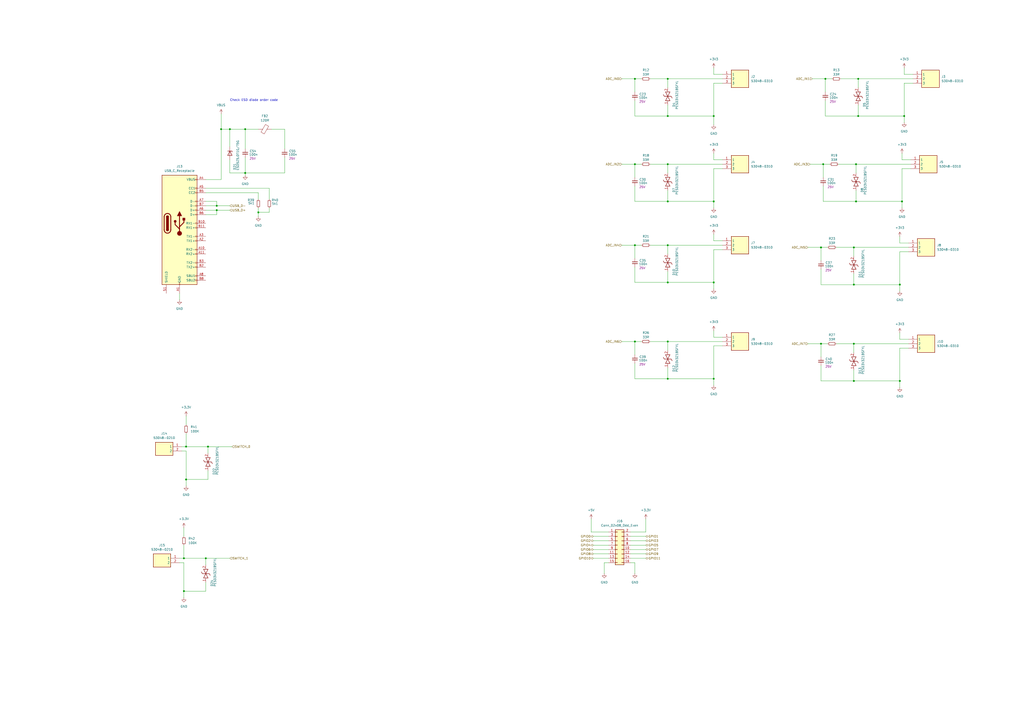
<source format=kicad_sch>
(kicad_sch (version 20231120) (generator "eeschema") (generator_version "8.0")
  (paper "A2")
  (junction (at 133.35 74.93))
  (junction (at 387.35 45.72))
  (junction (at 368.3 45.72))
  (junction (at 387.35 163.83))
  (junction (at 523.24 116.84))
  (junction (at 387.35 67.31))
  (junction (at 387.35 95.25))
  (junction (at 128.27 74.93))
  (junction (at 496.57 95.25))
  (junction (at 497.84 67.31))
  (junction (at 521.97 165.1))
  (junction (at 495.3 165.1))
  (junction (at 368.3 142.24))
  (junction (at 125.73 119.38))
  (junction (at 119.38 323.85))
  (junction (at 368.3 198.12))
  (junction (at 125.73 121.92))
  (junction (at 496.57 116.84))
  (junction (at 387.35 198.12))
  (junction (at 387.35 219.71))
  (junction (at 142.24 100.33))
  (junction (at 387.35 142.24))
  (junction (at 106.68 342.9))
  (junction (at 107.95 259.08))
  (junction (at 414.02 163.83))
  (junction (at 524.51 67.31))
  (junction (at 414.02 67.31))
  (junction (at 106.68 323.85))
  (junction (at 495.3 199.39))
  (junction (at 521.97 220.98))
  (junction (at 495.3 220.98))
  (junction (at 476.25 199.39))
  (junction (at 142.24 74.93))
  (junction (at 497.84 45.72))
  (junction (at 478.79 45.72))
  (junction (at 368.3 95.25))
  (junction (at 477.52 95.25))
  (junction (at 387.35 116.84))
  (junction (at 476.25 143.51))
  (junction (at 414.02 116.84))
  (junction (at 149.86 123.19))
  (junction (at 414.02 219.71))
  (junction (at 495.3 143.51))
  (junction (at 120.65 259.08))
  (junction (at 107.95 278.13))
  (wire (pts (xy 468.63 143.51) (xy 476.25 143.51)))
  (wire (pts (xy 368.3 163.83) (xy 387.35 163.83)))
  (wire (pts (xy 477.52 95.25) (xy 481.33 95.25)))
  (wire (pts (xy 104.14 323.85) (xy 106.68 323.85)))
  (wire (pts (xy 107.95 259.08) (xy 120.65 259.08)))
  (wire (pts (xy 368.3 219.71) (xy 387.35 219.71)))
  (wire (pts (xy 374.65 308.61) (xy 374.65 300.99)))
  (wire (pts (xy 529.59 48.26) (xy 524.51 48.26)))
  (wire (pts (xy 165.1 91.44) (xy 165.1 100.33)))
  (wire (pts (xy 414.02 139.7) (xy 414.02 135.89)))
  (wire (pts (xy 368.3 210.82) (xy 368.3 219.71)))
  (wire (pts (xy 119.38 124.46) (xy 125.73 124.46)))
  (wire (pts (xy 344.17 321.31) (xy 353.06 321.31)))
  (wire (pts (xy 119.38 111.76) (xy 149.86 111.76)))
  (wire (pts (xy 414.02 67.31) (xy 414.02 72.39)))
  (wire (pts (xy 133.35 100.33) (xy 142.24 100.33)))
  (wire (pts (xy 104.14 170.18) (xy 104.14 173.99)))
  (wire (pts (xy 119.38 323.85) (xy 133.35 323.85)))
  (wire (pts (xy 125.73 116.84) (xy 125.73 119.38)))
  (wire (pts (xy 368.3 95.25) (xy 372.11 95.25)))
  (wire (pts (xy 165.1 100.33) (xy 142.24 100.33)))
  (wire (pts (xy 414.02 92.71) (xy 414.02 88.9)))
  (wire (pts (xy 497.84 67.31) (xy 524.51 67.31)))
  (wire (pts (xy 156.21 109.22) (xy 156.21 115.57)))
  (wire (pts (xy 104.14 326.39) (xy 106.68 326.39)))
  (wire (pts (xy 156.21 123.19) (xy 149.86 123.19)))
  (wire (pts (xy 527.05 140.97) (xy 521.97 140.97)))
  (wire (pts (xy 149.86 120.65) (xy 149.86 123.19)))
  (wire (pts (xy 149.86 111.76) (xy 149.86 115.57)))
  (wire (pts (xy 521.97 220.98) (xy 521.97 224.79)))
  (wire (pts (xy 344.17 313.69) (xy 353.06 313.69)))
  (wire (pts (xy 387.35 67.31) (xy 387.35 60.96)))
  (wire (pts (xy 414.02 195.58) (xy 414.02 191.77)))
  (wire (pts (xy 107.95 241.3) (xy 107.95 246.38)))
  (wire (pts (xy 377.19 45.72) (xy 387.35 45.72)))
  (wire (pts (xy 142.24 74.93) (xy 142.24 86.36)))
  (wire (pts (xy 365.76 313.69) (xy 374.65 313.69)))
  (wire (pts (xy 365.76 321.31) (xy 374.65 321.31)))
  (wire (pts (xy 387.35 142.24) (xy 419.1 142.24)))
  (wire (pts (xy 496.57 116.84) (xy 496.57 110.49)))
  (wire (pts (xy 528.32 97.79) (xy 523.24 97.79)))
  (wire (pts (xy 142.24 91.44) (xy 142.24 100.33)))
  (wire (pts (xy 368.3 45.72) (xy 372.11 45.72)))
  (wire (pts (xy 120.65 273.05) (xy 120.65 278.13)))
  (wire (pts (xy 523.24 92.71) (xy 523.24 88.9)))
  (wire (pts (xy 477.52 107.95) (xy 477.52 116.84)))
  (wire (pts (xy 495.3 220.98) (xy 521.97 220.98)))
  (wire (pts (xy 107.95 278.13) (xy 107.95 281.94)))
  (wire (pts (xy 387.35 142.24) (xy 387.35 147.32)))
  (wire (pts (xy 387.35 198.12) (xy 419.1 198.12)))
  (wire (pts (xy 497.84 67.31) (xy 497.84 60.96)))
  (wire (pts (xy 495.3 199.39) (xy 495.3 204.47)))
  (wire (pts (xy 387.35 45.72) (xy 387.35 50.8)))
  (wire (pts (xy 419.1 92.71) (xy 414.02 92.71)))
  (wire (pts (xy 387.35 219.71) (xy 387.35 213.36)))
  (wire (pts (xy 365.76 308.61) (xy 374.65 308.61)))
  (wire (pts (xy 476.25 199.39) (xy 480.06 199.39)))
  (wire (pts (xy 387.35 67.31) (xy 414.02 67.31)))
  (wire (pts (xy 105.41 261.62) (xy 107.95 261.62)))
  (wire (pts (xy 125.73 121.92) (xy 133.35 121.92)))
  (wire (pts (xy 495.3 220.98) (xy 495.3 214.63)))
  (wire (pts (xy 387.35 116.84) (xy 387.35 110.49)))
  (wire (pts (xy 120.65 259.08) (xy 134.62 259.08)))
  (wire (pts (xy 342.9 308.61) (xy 342.9 300.99)))
  (wire (pts (xy 387.35 45.72) (xy 419.1 45.72)))
  (wire (pts (xy 157.48 74.93) (xy 165.1 74.93)))
  (wire (pts (xy 529.59 43.18) (xy 524.51 43.18)))
  (wire (pts (xy 387.35 163.83) (xy 387.35 157.48)))
  (wire (pts (xy 377.19 142.24) (xy 387.35 142.24)))
  (wire (pts (xy 368.3 58.42) (xy 368.3 67.31)))
  (wire (pts (xy 165.1 74.93) (xy 165.1 86.36)))
  (wire (pts (xy 106.68 316.23) (xy 106.68 323.85)))
  (wire (pts (xy 128.27 66.04) (xy 128.27 74.93)))
  (wire (pts (xy 106.68 326.39) (xy 106.68 342.9)))
  (wire (pts (xy 344.17 316.23) (xy 353.06 316.23)))
  (wire (pts (xy 476.25 220.98) (xy 495.3 220.98)))
  (wire (pts (xy 497.84 45.72) (xy 529.59 45.72)))
  (wire (pts (xy 368.3 198.12) (xy 368.3 205.74)))
  (wire (pts (xy 468.63 199.39) (xy 476.25 199.39)))
  (wire (pts (xy 360.68 45.72) (xy 368.3 45.72)))
  (wire (pts (xy 360.68 198.12) (xy 368.3 198.12)))
  (wire (pts (xy 485.14 143.51) (xy 495.3 143.51)))
  (wire (pts (xy 476.25 212.09) (xy 476.25 220.98)))
  (wire (pts (xy 353.06 326.39) (xy 350.52 326.39)))
  (wire (pts (xy 119.38 119.38) (xy 125.73 119.38)))
  (wire (pts (xy 414.02 97.79) (xy 419.1 97.79)))
  (wire (pts (xy 527.05 196.85) (xy 521.97 196.85)))
  (wire (pts (xy 496.57 116.84) (xy 523.24 116.84)))
  (wire (pts (xy 368.3 67.31) (xy 387.35 67.31)))
  (wire (pts (xy 368.3 142.24) (xy 368.3 149.86)))
  (wire (pts (xy 495.3 199.39) (xy 527.05 199.39)))
  (wire (pts (xy 414.02 163.83) (xy 414.02 167.64)))
  (wire (pts (xy 133.35 92.71) (xy 133.35 100.33)))
  (wire (pts (xy 524.51 48.26) (xy 524.51 67.31)))
  (wire (pts (xy 344.17 311.15) (xy 353.06 311.15)))
  (wire (pts (xy 478.79 45.72) (xy 482.6 45.72)))
  (wire (pts (xy 387.35 163.83) (xy 414.02 163.83)))
  (wire (pts (xy 496.57 95.25) (xy 528.32 95.25)))
  (wire (pts (xy 495.3 143.51) (xy 527.05 143.51)))
  (wire (pts (xy 119.38 337.82) (xy 119.38 342.9)))
  (wire (pts (xy 365.76 323.85) (xy 374.65 323.85)))
  (wire (pts (xy 495.3 143.51) (xy 495.3 148.59)))
  (wire (pts (xy 344.17 318.77) (xy 353.06 318.77)))
  (wire (pts (xy 414.02 144.78) (xy 414.02 163.83)))
  (wire (pts (xy 414.02 116.84) (xy 414.02 120.65)))
  (wire (pts (xy 414.02 48.26) (xy 414.02 67.31)))
  (wire (pts (xy 419.1 139.7) (xy 414.02 139.7)))
  (wire (pts (xy 106.68 323.85) (xy 119.38 323.85)))
  (wire (pts (xy 487.68 45.72) (xy 497.84 45.72)))
  (wire (pts (xy 527.05 201.93) (xy 521.97 201.93)))
  (wire (pts (xy 133.35 74.93) (xy 133.35 85.09)))
  (wire (pts (xy 119.38 109.22) (xy 156.21 109.22)))
  (wire (pts (xy 368.3 45.72) (xy 368.3 53.34)))
  (wire (pts (xy 497.84 45.72) (xy 497.84 50.8)))
  (wire (pts (xy 476.25 143.51) (xy 480.06 143.51)))
  (wire (pts (xy 419.1 195.58) (xy 414.02 195.58)))
  (wire (pts (xy 523.24 116.84) (xy 523.24 120.65)))
  (wire (pts (xy 119.38 342.9) (xy 106.68 342.9)))
  (wire (pts (xy 365.76 311.15) (xy 374.65 311.15)))
  (wire (pts (xy 387.35 116.84) (xy 414.02 116.84)))
  (wire (pts (xy 365.76 316.23) (xy 374.65 316.23)))
  (wire (pts (xy 106.68 342.9) (xy 106.68 346.71)))
  (wire (pts (xy 523.24 97.79) (xy 523.24 116.84)))
  (wire (pts (xy 368.3 154.94) (xy 368.3 163.83)))
  (wire (pts (xy 419.1 43.18) (xy 414.02 43.18)))
  (wire (pts (xy 133.35 74.93) (xy 142.24 74.93)))
  (wire (pts (xy 414.02 219.71) (xy 414.02 223.52)))
  (wire (pts (xy 119.38 121.92) (xy 125.73 121.92)))
  (wire (pts (xy 495.3 165.1) (xy 521.97 165.1)))
  (wire (pts (xy 414.02 43.18) (xy 414.02 39.37)))
  (wire (pts (xy 387.35 198.12) (xy 387.35 203.2)))
  (wire (pts (xy 368.3 198.12) (xy 372.11 198.12)))
  (wire (pts (xy 365.76 318.77) (xy 374.65 318.77)))
  (wire (pts (xy 106.68 306.07) (xy 106.68 311.15)))
  (wire (pts (xy 527.05 146.05) (xy 521.97 146.05)))
  (wire (pts (xy 368.3 116.84) (xy 387.35 116.84)))
  (wire (pts (xy 377.19 198.12) (xy 387.35 198.12)))
  (wire (pts (xy 353.06 308.61) (xy 342.9 308.61)))
  (wire (pts (xy 125.73 121.92) (xy 125.73 124.46)))
  (wire (pts (xy 156.21 120.65) (xy 156.21 123.19)))
  (wire (pts (xy 149.86 74.93) (xy 142.24 74.93)))
  (wire (pts (xy 368.3 142.24) (xy 372.11 142.24)))
  (wire (pts (xy 387.35 95.25) (xy 419.1 95.25)))
  (wire (pts (xy 486.41 95.25) (xy 496.57 95.25)))
  (wire (pts (xy 107.95 251.46) (xy 107.95 259.08)))
  (wire (pts (xy 521.97 196.85) (xy 521.97 193.04)))
  (wire (pts (xy 105.41 259.08) (xy 107.95 259.08)))
  (wire (pts (xy 128.27 104.14) (xy 119.38 104.14)))
  (wire (pts (xy 471.17 45.72) (xy 478.79 45.72)))
  (wire (pts (xy 524.51 43.18) (xy 524.51 39.37)))
  (wire (pts (xy 524.51 67.31) (xy 524.51 71.12)))
  (wire (pts (xy 368.3 107.95) (xy 368.3 116.84)))
  (wire (pts (xy 365.76 326.39) (xy 368.3 326.39)))
  (wire (pts (xy 149.86 123.19) (xy 149.86 125.73)))
  (wire (pts (xy 478.79 58.42) (xy 478.79 67.31)))
  (wire (pts (xy 476.25 165.1) (xy 495.3 165.1)))
  (wire (pts (xy 521.97 146.05) (xy 521.97 165.1)))
  (wire (pts (xy 496.57 95.25) (xy 496.57 100.33)))
  (wire (pts (xy 414.02 200.66) (xy 414.02 219.71)))
  (wire (pts (xy 521.97 165.1) (xy 521.97 168.91)))
  (wire (pts (xy 414.02 144.78) (xy 419.1 144.78)))
  (wire (pts (xy 414.02 200.66) (xy 419.1 200.66)))
  (wire (pts (xy 360.68 142.24) (xy 368.3 142.24)))
  (wire (pts (xy 128.27 74.93) (xy 133.35 74.93)))
  (wire (pts (xy 521.97 201.93) (xy 521.97 220.98)))
  (wire (pts (xy 377.19 95.25) (xy 387.35 95.25)))
  (wire (pts (xy 125.73 119.38) (xy 133.35 119.38)))
  (wire (pts (xy 476.25 156.21) (xy 476.25 165.1)))
  (wire (pts (xy 478.79 45.72) (xy 478.79 53.34)))
  (wire (pts (xy 387.35 219.71) (xy 414.02 219.71)))
  (wire (pts (xy 469.9 95.25) (xy 477.52 95.25)))
  (wire (pts (xy 142.24 100.33) (xy 142.24 101.6)))
  (wire (pts (xy 368.3 95.25) (xy 368.3 102.87)))
  (wire (pts (xy 119.38 116.84) (xy 125.73 116.84)))
  (wire (pts (xy 477.52 95.25) (xy 477.52 102.87)))
  (wire (pts (xy 387.35 95.25) (xy 387.35 100.33)))
  (wire (pts (xy 495.3 165.1) (xy 495.3 158.75)))
  (wire (pts (xy 120.65 278.13) (xy 107.95 278.13)))
  (wire (pts (xy 477.52 116.84) (xy 496.57 116.84)))
  (wire (pts (xy 360.68 95.25) (xy 368.3 95.25)))
  (wire (pts (xy 521.97 140.97) (xy 521.97 137.16)))
  (wire (pts (xy 119.38 323.85) (xy 119.38 327.66)))
  (wire (pts (xy 485.14 199.39) (xy 495.3 199.39)))
  (wire (pts (xy 419.1 48.26) (xy 414.02 48.26)))
  (wire (pts (xy 128.27 74.93) (xy 128.27 104.14)))
  (wire (pts (xy 528.32 92.71) (xy 523.24 92.71)))
  (wire (pts (xy 120.65 259.08) (xy 120.65 262.89)))
  (wire (pts (xy 350.52 326.39) (xy 350.52 332.74)))
  (wire (pts (xy 344.17 323.85) (xy 353.06 323.85)))
  (wire (pts (xy 476.25 199.39) (xy 476.25 207.01)))
  (wire (pts (xy 476.25 143.51) (xy 476.25 151.13)))
  (wire (pts (xy 368.3 326.39) (xy 368.3 332.74)))
  (wire (pts (xy 478.79 67.31) (xy 497.84 67.31)))
  (wire (pts (xy 414.02 97.79) (xy 414.02 116.84)))
  (wire (pts (xy 107.95 261.62) (xy 107.95 278.13)))
  (text "Check ESD diode order code\n" (at 147.32 58.166 0) (effects (font (size 1.27 1.27))))
  (hierarchical_label "GPIO9" (shape bidirectional) (at 374.65 321.31 0))
  (hierarchical_label "GPIO0" (shape bidirectional) (at 344.17 311.15 180))
  (hierarchical_label "GPIO1" (shape bidirectional) (at 374.65 311.15 0))
  (hierarchical_label "ADC_IN4" (shape input) (at 360.68 142.24 180))
  (hierarchical_label "SWITCH_1" (shape input) (at 133.35 323.85 0))
  (hierarchical_label "ADC_IN3" (shape input) (at 469.9 95.25 180))
  (hierarchical_label "GPIO11" (shape bidirectional) (at 374.65 323.85 0))
  (hierarchical_label "USB_D+" (shape input) (at 133.35 121.92 0))
  (hierarchical_label "GPIO2" (shape bidirectional) (at 344.17 313.69 180))
  (hierarchical_label "USB_D-" (shape input) (at 133.35 119.38 0))
  (hierarchical_label "GPIO6" (shape bidirectional) (at 344.17 318.77 180))
  (hierarchical_label "ADC_IN0" (shape input) (at 360.68 45.72 180))
  (hierarchical_label "GPIO8" (shape bidirectional) (at 344.17 321.31 180))
  (hierarchical_label "ADC_IN5" (shape input) (at 468.63 143.51 180))
  (hierarchical_label "GPIO10" (shape bidirectional) (at 344.17 323.85 180))
  (hierarchical_label "ADC_IN2" (shape input) (at 360.68 95.25 180))
  (hierarchical_label "GPIO3" (shape bidirectional) (at 374.65 313.69 0))
  (hierarchical_label "GPIO4" (shape bidirectional) (at 344.17 316.23 180))
  (hierarchical_label "GPIO7" (shape bidirectional) (at 374.65 318.77 0))
  (hierarchical_label "ADC_IN1" (shape input) (at 471.17 45.72 180))
  (hierarchical_label "ADC_IN7" (shape input) (at 468.63 199.39 180))
  (hierarchical_label "GPIO5" (shape bidirectional) (at 374.65 316.23 0))
  (hierarchical_label "SWITCH_0" (shape input) (at 134.62 259.08 0))
  (hierarchical_label "ADC_IN6" (shape input) (at 360.68 198.12 180))
  (symbol (lib_id "Chase_Diode:PESD3V3Z1BSFYL") (at 387.35 63.5 90) (unit 1)
    (property "Reference" "D4" (at 390.906 59.436 0) (effects (justify right)))
    (property "Value" "PESD3V3Z1BSFYL" (at 392.684 46.736 0) (effects (justify right)))
    (property "Datasheet" "https://assets.nexperia.com/documents/data-sheet/PESD3V3Z1BSF.pdf" (effects (hide yes)))
    (property "Description" "PESD3V3Z1BSF - Extremely low capacitance bidirectional ESD protection diode" (effects (hide yes)))
    (property "Mouser Part Number" "771-PESD3V3Z1BSFYL" (effects (hide yes)))
    (property "Mouser Price/Stock" "https://www.mouser.co.uk/ProductDetail/Nexperia/PESD3V3Z1BSFYL?qs=%252BEew9%252B0nqrB3Csg8iRki7Q%3D%3D" (effects (hide yes)))
    (property "Manufacturer_Name" "Nexperia" (effects (hide yes)))
    (property "Manufacturer_Part_Number" "PESD3V3Z1BSFYL" (effects (hide yes)))
  )
  (symbol (lib_id "Device:C_Small") (at 476.25 153.67 0) (unit 1)
    (property "Reference" "C37" (at 478.79 152.4062 0) (effects (justify left)))
    (property "Value" "100n" (at 478.536 154.432 0) (effects (justify left)))
    (property "Footprint" "Capacitor_SMD:C_0402_1005Metric" (effects (hide yes)))
    (property "Description" "Unpolarized capacitor, small symbol" (effects (hide yes)))
    (property "MPN" "MBAST105SB7104KFNA01" (effects (hide yes)))
    (property "MF" "TAIYO YUDEN " (effects (hide yes)))
    (property "OC_MOUSER" "963-BAST105SB7104KF" (effects (hide yes)))
    (property "Voltage" "25V" (at 480.568 156.718 0))
  )
  (symbol (lib_id "power:GND") (at 521.97 168.91 0) (unit 1)
    (property "Reference" "#PWR043" (effects (hide yes)))
    (property "Value" "GND" (at 521.97 173.99 0))
    (property "Description" "Power symbol creates a global label with name \"GND\" , ground" (effects (hide yes)))
  )
  (symbol (lib_id "Chase_Diode:PESD3V3Z1BSFYL") (at 120.65 275.59 90) (unit 1)
    (property "Reference" "D22" (at 124.206 271.526 0) (effects (justify right)))
    (property "Value" "PESD3V3Z1BSFYL" (at 125.984 258.826 0) (effects (justify right)))
    (property "Datasheet" "https://assets.nexperia.com/documents/data-sheet/PESD3V3Z1BSF.pdf" (effects (hide yes)))
    (property "Description" "PESD3V3Z1BSF - Extremely low capacitance bidirectional ESD protection diode" (effects (hide yes)))
    (property "Mouser Part Number" "771-PESD3V3Z1BSFYL" (effects (hide yes)))
    (property "Mouser Price/Stock" "https://www.mouser.co.uk/ProductDetail/Nexperia/PESD3V3Z1BSFYL?qs=%252BEew9%252B0nqrB3Csg8iRki7Q%3D%3D" (effects (hide yes)))
    (property "Manufacturer_Name" "Nexperia" (effects (hide yes)))
    (property "Manufacturer_Part_Number" "PESD3V3Z1BSFYL" (effects (hide yes)))
  )
  (symbol (lib_id "Chase_Conn:53048-0310") (at 527.05 196.85 0) (unit 1)
    (property "Reference" "J10" (at 543.56 198.1199 0) (effects (justify left)))
    (property "Value" "53048-0310" (at 543.56 200.6599 0) (effects (justify left)))
    (property "Footprint" "Chase_Conn:SHDRRA3W35P0X125_1X3_550X550X350P" (effects (hide yes)))
    (property "Datasheet" "https://www.molex.com/pdm_docs/sd/530481010_sd.pdf" (effects (hide yes)))
    (property "Description" "Headers & Wire Housings RIGHT ANGLE HDR 3P" (effects (hide yes)))
    (property "Height" "3.5" (effects (hide yes)))
    (property "Mouser Part Number" "538-53048-0310" (effects (hide yes)))
    (property "Mouser Price/Stock" "https://www.mouser.co.uk/ProductDetail/Molex/53048-0310?qs=zXrbR4Jv0OfUlEeVnlaifA%3D%3D" (effects (hide yes)))
    (property "Manufacturer_Name" "Molex" (effects (hide yes)))
    (property "Manufacturer_Part_Number" "53048-0310" (effects (hide yes)))
  )
  (symbol (lib_id "Chase_Diode:PESD3V3Z1BSFYL") (at 387.35 215.9 90) (unit 1)
    (property "Reference" "D12" (at 390.906 211.836 0) (effects (justify right)))
    (property "Value" "PESD3V3Z1BSFYL" (at 392.684 199.136 0) (effects (justify right)))
    (property "Datasheet" "https://assets.nexperia.com/documents/data-sheet/PESD3V3Z1BSF.pdf" (effects (hide yes)))
    (property "Description" "PESD3V3Z1BSF - Extremely low capacitance bidirectional ESD protection diode" (effects (hide yes)))
    (property "Mouser Part Number" "771-PESD3V3Z1BSFYL" (effects (hide yes)))
    (property "Mouser Price/Stock" "https://www.mouser.co.uk/ProductDetail/Nexperia/PESD3V3Z1BSFYL?qs=%252BEew9%252B0nqrB3Csg8iRki7Q%3D%3D" (effects (hide yes)))
    (property "Manufacturer_Name" "Nexperia" (effects (hide yes)))
    (property "Manufacturer_Part_Number" "PESD3V3Z1BSFYL" (effects (hide yes)))
  )
  (symbol (lib_id "Device:R_Small") (at 482.6 143.51 90) (unit 1)
    (property "Reference" "R23" (at 482.6 138.43 90))
    (property "Value" "33R" (at 482.6 140.97 90))
    (property "Footprint" "Resistor_SMD:R_0402_1005Metric_Pad0.72x0.64mm_HandSolder" (effects (hide yes)))
    (property "Description" "Resistor, small symbol" (effects (hide yes)))
  )
  (symbol (lib_id "Device:C_Small") (at 476.25 209.55 0) (unit 1)
    (property "Reference" "C40" (at 478.79 208.2862 0) (effects (justify left)))
    (property "Value" "100n" (at 478.536 210.312 0) (effects (justify left)))
    (property "Footprint" "Capacitor_SMD:C_0402_1005Metric" (effects (hide yes)))
    (property "Description" "Unpolarized capacitor, small symbol" (effects (hide yes)))
    (property "MPN" "MBAST105SB7104KFNA01" (effects (hide yes)))
    (property "MF" "TAIYO YUDEN " (effects (hide yes)))
    (property "OC_MOUSER" "963-BAST105SB7104KF" (effects (hide yes)))
    (property "Voltage" "25V" (at 480.568 212.598 0))
  )
  (symbol (lib_id "power:GND") (at 368.3 332.74 0) (unit 1)
    (property "Reference" "#PWR014" (effects (hide yes)))
    (property "Value" "GND" (at 368.3 337.82 0))
    (property "Description" "Power symbol creates a global label with name \"GND\" , ground" (effects (hide yes)))
  )
  (symbol (lib_id "Device:C_Small") (at 368.3 152.4 0) (unit 1)
    (property "Reference" "C35" (at 370.84 151.1362 0) (effects (justify left)))
    (property "Value" "100n" (at 370.586 153.162 0) (effects (justify left)))
    (property "Footprint" "Capacitor_SMD:C_0402_1005Metric" (effects (hide yes)))
    (property "Description" "Unpolarized capacitor, small symbol" (effects (hide yes)))
    (property "MPN" "MBAST105SB7104KFNA01" (effects (hide yes)))
    (property "MF" "TAIYO YUDEN " (effects (hide yes)))
    (property "OC_MOUSER" "963-BAST105SB7104KF" (effects (hide yes)))
    (property "Voltage" "25V" (at 372.618 155.448 0))
  )
  (symbol (lib_id "power:+3V3") (at 414.02 88.9 0) (unit 1)
    (property "Reference" "#PWR028" (effects (hide yes)))
    (property "Value" "+3V3" (at 414.02 83.82 0))
    (property "Description" "Power symbol creates a global label with name \"+3V3\"" (effects (hide yes)))
  )
  (symbol (lib_id "power:GND") (at 414.02 72.39 0) (unit 1)
    (property "Reference" "#PWR027" (effects (hide yes)))
    (property "Value" "GND" (at 414.02 77.47 0))
    (property "Description" "Power symbol creates a global label with name \"GND\" , ground" (effects (hide yes)))
  )
  (symbol (lib_id "Chase_Diode:PESD3V3Z1BSFYL") (at 495.3 161.29 90) (unit 1)
    (property "Reference" "D11" (at 498.856 157.226 0) (effects (justify right)))
    (property "Value" "PESD3V3Z1BSFYL" (at 500.634 144.526 0) (effects (justify right)))
    (property "Datasheet" "https://assets.nexperia.com/documents/data-sheet/PESD3V3Z1BSF.pdf" (effects (hide yes)))
    (property "Description" "PESD3V3Z1BSF - Extremely low capacitance bidirectional ESD protection diode" (effects (hide yes)))
    (property "Mouser Part Number" "771-PESD3V3Z1BSFYL" (effects (hide yes)))
    (property "Mouser Price/Stock" "https://www.mouser.co.uk/ProductDetail/Nexperia/PESD3V3Z1BSFYL?qs=%252BEew9%252B0nqrB3Csg8iRki7Q%3D%3D" (effects (hide yes)))
    (property "Manufacturer_Name" "Nexperia" (effects (hide yes)))
    (property "Manufacturer_Part_Number" "PESD3V3Z1BSFYL" (effects (hide yes)))
  )
  (symbol (lib_id "Connector:USB_C_Receptacle") (at 104.14 129.54 0) (unit 1)
    (property "Reference" "J13" (at 104.14 96.52 0))
    (property "Value" "USB_C_Receptacle" (at 104.14 99.06 0))
    (property "Footprint" "Connector_USB:USB_C_Receptacle_Molex_105450-0101" (effects (hide yes)))
    (property "Datasheet" "https://www.usb.org/sites/default/files/documents/usb_type-c.zip" (effects (hide yes)))
    (property "Description" "USB Full-Featured Type-C Receptacle connector" (effects (hide yes)))
  )
  (symbol (lib_id "power:GND") (at 106.68 346.71 0) (unit 1)
    (property "Reference" "#PWR083" (effects (hide yes)))
    (property "Value" "GND" (at 106.68 351.79 0))
    (property "Description" "Power symbol creates a global label with name \"GND\" , ground" (effects (hide yes)))
  )
  (symbol (lib_id "power:+3V3") (at 523.24 88.9 0) (unit 1)
    (property "Reference" "#PWR029" (effects (hide yes)))
    (property "Value" "+3V3" (at 523.24 83.82 0))
    (property "Description" "Power symbol creates a global label with name \"+3V3\"" (effects (hide yes)))
  )
  (symbol (lib_id "Device:R_Small") (at 149.86 118.11 180) (unit 1)
    (property "Reference" "R39" (at 145.542 116.078 0))
    (property "Value" "5k1" (at 145.796 117.856 0))
    (property "Footprint" "Resistor_SMD:R_0402_1005Metric_Pad0.72x0.64mm_HandSolder" (effects (hide yes)))
    (property "Description" "Resistor, small symbol" (effects (hide yes)))
  )
  (symbol (lib_id "Chase_Conn:53048-0310") (at 419.1 139.7 0) (unit 1)
    (property "Reference" "J7" (at 435.61 140.9699 0) (effects (justify left)))
    (property "Value" "53048-0310" (at 435.61 143.5099 0) (effects (justify left)))
    (property "Footprint" "Chase_Conn:SHDRRA3W35P0X125_1X3_550X550X350P" (effects (hide yes)))
    (property "Datasheet" "https://www.molex.com/pdm_docs/sd/530481010_sd.pdf" (effects (hide yes)))
    (property "Description" "Headers & Wire Housings RIGHT ANGLE HDR 3P" (effects (hide yes)))
    (property "Height" "3.5" (effects (hide yes)))
    (property "Mouser Part Number" "538-53048-0310" (effects (hide yes)))
    (property "Mouser Price/Stock" "https://www.mouser.co.uk/ProductDetail/Molex/53048-0310?qs=zXrbR4Jv0OfUlEeVnlaifA%3D%3D" (effects (hide yes)))
    (property "Manufacturer_Name" "Molex" (effects (hide yes)))
    (property "Manufacturer_Part_Number" "53048-0310" (effects (hide yes)))
  )
  (symbol (lib_id "Device:C_Small") (at 165.1 88.9 0) (unit 1)
    (property "Reference" "C55" (at 167.64 87.6362 0) (effects (justify left)))
    (property "Value" "100n" (at 167.386 89.662 0) (effects (justify left)))
    (property "Footprint" "Capacitor_SMD:C_0402_1005Metric" (effects (hide yes)))
    (property "Description" "Unpolarized capacitor, small symbol" (effects (hide yes)))
    (property "MPN" "MBAST105SB7104KFNA01" (effects (hide yes)))
    (property "MF" "TAIYO YUDEN " (effects (hide yes)))
    (property "OC_MOUSER" "963-BAST105SB7104KF" (effects (hide yes)))
    (property "Voltage" "25V" (at 169.418 91.948 0))
  )
  (symbol (lib_id "Chase_Diode:PESD3V3Z1BSFYL") (at 387.35 113.03 90) (unit 1)
    (property "Reference" "D7" (at 390.906 108.966 0) (effects (justify right)))
    (property "Value" "PESD3V3Z1BSFYL" (at 392.684 96.266 0) (effects (justify right)))
    (property "Datasheet" "https://assets.nexperia.com/documents/data-sheet/PESD3V3Z1BSF.pdf" (effects (hide yes)))
    (property "Description" "PESD3V3Z1BSF - Extremely low capacitance bidirectional ESD protection diode" (effects (hide yes)))
    (property "Mouser Part Number" "771-PESD3V3Z1BSFYL" (effects (hide yes)))
    (property "Mouser Price/Stock" "https://www.mouser.co.uk/ProductDetail/Nexperia/PESD3V3Z1BSFYL?qs=%252BEew9%252B0nqrB3Csg8iRki7Q%3D%3D" (effects (hide yes)))
    (property "Manufacturer_Name" "Nexperia" (effects (hide yes)))
    (property "Manufacturer_Part_Number" "PESD3V3Z1BSFYL" (effects (hide yes)))
  )
  (symbol (lib_id "power:GND") (at 414.02 223.52 0) (unit 1)
    (property "Reference" "#PWR046" (effects (hide yes)))
    (property "Value" "GND" (at 414.02 228.6 0))
    (property "Description" "Power symbol creates a global label with name \"GND\" , ground" (effects (hide yes)))
  )
  (symbol (lib_id "Chase_Conn:53048-0310") (at 529.59 43.18 0) (unit 1)
    (property "Reference" "J3" (at 546.1 44.4499 0) (effects (justify left)))
    (property "Value" "53048-0310" (at 546.1 46.9899 0) (effects (justify left)))
    (property "Footprint" "Chase_Conn:SHDRRA3W35P0X125_1X3_550X550X350P" (effects (hide yes)))
    (property "Datasheet" "https://www.molex.com/pdm_docs/sd/530481010_sd.pdf" (effects (hide yes)))
    (property "Description" "Headers & Wire Housings RIGHT ANGLE HDR 3P" (effects (hide yes)))
    (property "Height" "3.5" (effects (hide yes)))
    (property "Mouser Part Number" "538-53048-0310" (effects (hide yes)))
    (property "Mouser Price/Stock" "https://www.mouser.co.uk/ProductDetail/Molex/53048-0310?qs=zXrbR4Jv0OfUlEeVnlaifA%3D%3D" (effects (hide yes)))
    (property "Manufacturer_Name" "Molex" (effects (hide yes)))
    (property "Manufacturer_Part_Number" "53048-0310" (effects (hide yes)))
  )
  (symbol (lib_id "power:+3V3") (at 414.02 135.89 0) (unit 1)
    (property "Reference" "#PWR038" (effects (hide yes)))
    (property "Value" "+3V3" (at 414.02 130.81 0))
    (property "Description" "Power symbol creates a global label with name \"+3V3\"" (effects (hide yes)))
  )
  (symbol (lib_id "Chase_Diode:PESD3V3Z1BSFYL") (at 495.3 217.17 90) (unit 1)
    (property "Reference" "D13" (at 498.856 213.106 0) (effects (justify right)))
    (property "Value" "PESD3V3Z1BSFYL" (at 500.634 200.406 0) (effects (justify right)))
    (property "Datasheet" "https://assets.nexperia.com/documents/data-sheet/PESD3V3Z1BSF.pdf" (effects (hide yes)))
    (property "Description" "PESD3V3Z1BSF - Extremely low capacitance bidirectional ESD protection diode" (effects (hide yes)))
    (property "Mouser Part Number" "771-PESD3V3Z1BSFYL" (effects (hide yes)))
    (property "Mouser Price/Stock" "https://www.mouser.co.uk/ProductDetail/Nexperia/PESD3V3Z1BSFYL?qs=%252BEew9%252B0nqrB3Csg8iRki7Q%3D%3D" (effects (hide yes)))
    (property "Manufacturer_Name" "Nexperia" (effects (hide yes)))
    (property "Manufacturer_Part_Number" "PESD3V3Z1BSFYL" (effects (hide yes)))
  )
  (symbol (lib_id "Device:R_Small") (at 485.14 45.72 90) (unit 1)
    (property "Reference" "R13" (at 485.14 40.64 90))
    (property "Value" "33R" (at 485.14 43.18 90))
    (property "Footprint" "Resistor_SMD:R_0402_1005Metric_Pad0.72x0.64mm_HandSolder" (effects (hide yes)))
    (property "Description" "Resistor, small symbol" (effects (hide yes)))
  )
  (symbol (lib_id "Chase_Diode:PESD3V3Z1BSFYL") (at 496.57 113.03 90) (unit 1)
    (property "Reference" "D8" (at 500.126 108.966 0) (effects (justify right)))
    (property "Value" "PESD3V3Z1BSFYL" (at 501.904 96.266 0) (effects (justify right)))
    (property "Datasheet" "https://assets.nexperia.com/documents/data-sheet/PESD3V3Z1BSF.pdf" (effects (hide yes)))
    (property "Description" "PESD3V3Z1BSF - Extremely low capacitance bidirectional ESD protection diode" (effects (hide yes)))
    (property "Mouser Part Number" "771-PESD3V3Z1BSFYL" (effects (hide yes)))
    (property "Mouser Price/Stock" "https://www.mouser.co.uk/ProductDetail/Nexperia/PESD3V3Z1BSFYL?qs=%252BEew9%252B0nqrB3Csg8iRki7Q%3D%3D" (effects (hide yes)))
    (property "Manufacturer_Name" "Nexperia" (effects (hide yes)))
    (property "Manufacturer_Part_Number" "PESD3V3Z1BSFYL" (effects (hide yes)))
  )
  (symbol (lib_id "power:GND") (at 149.86 125.73 0) (unit 1)
    (property "Reference" "#PWR074" (effects (hide yes)))
    (property "Value" "GND" (at 149.86 130.81 0))
    (property "Description" "Power symbol creates a global label with name \"GND\" , ground" (effects (hide yes)))
  )
  (symbol (lib_id "power:GND") (at 521.97 224.79 0) (unit 1)
    (property "Reference" "#PWR047" (effects (hide yes)))
    (property "Value" "GND" (at 521.97 229.87 0))
    (property "Description" "Power symbol creates a global label with name \"GND\" , ground" (effects (hide yes)))
  )
  (symbol (lib_id "power:+3V3") (at 414.02 39.37 0) (unit 1)
    (property "Reference" "#PWR021" (effects (hide yes)))
    (property "Value" "+3V3" (at 414.02 34.29 0))
    (property "Description" "Power symbol creates a global label with name \"+3V3\"" (effects (hide yes)))
  )
  (symbol (lib_id "power:+3.3V") (at 107.95 241.3 0) (unit 1)
    (property "Reference" "#PWR080" (effects (hide yes)))
    (property "Value" "+3.3V" (at 107.95 236.22 0))
    (property "Description" "Power symbol creates a global label with name \"+3.3V\"" (effects (hide yes)))
  )
  (symbol (lib_id "Device:C_Small") (at 368.3 105.41 0) (unit 1)
    (property "Reference" "C30" (at 370.84 104.1462 0) (effects (justify left)))
    (property "Value" "100n" (at 370.586 106.172 0) (effects (justify left)))
    (property "Footprint" "Capacitor_SMD:C_0402_1005Metric" (effects (hide yes)))
    (property "Description" "Unpolarized capacitor, small symbol" (effects (hide yes)))
    (property "MPN" "MBAST105SB7104KFNA01" (effects (hide yes)))
    (property "MF" "TAIYO YUDEN " (effects (hide yes)))
    (property "OC_MOUSER" "963-BAST105SB7104KF" (effects (hide yes)))
    (property "Voltage" "25V" (at 372.618 108.458 0))
  )
  (symbol (lib_id "power:+3V3") (at 521.97 193.04 0) (unit 1)
    (property "Reference" "#PWR045" (effects (hide yes)))
    (property "Value" "+3V3" (at 521.97 187.96 0))
    (property "Description" "Power symbol creates a global label with name \"+3V3\"" (effects (hide yes)))
  )
  (symbol (lib_id "Device:C_Small") (at 477.52 105.41 0) (unit 1)
    (property "Reference" "C31" (at 480.06 104.1462 0) (effects (justify left)))
    (property "Value" "100n" (at 479.806 106.172 0) (effects (justify left)))
    (property "Footprint" "Capacitor_SMD:C_0402_1005Metric" (effects (hide yes)))
    (property "Description" "Unpolarized capacitor, small symbol" (effects (hide yes)))
    (property "MPN" "MBAST105SB7104KFNA01" (effects (hide yes)))
    (property "MF" "TAIYO YUDEN " (effects (hide yes)))
    (property "OC_MOUSER" "963-BAST105SB7104KF" (effects (hide yes)))
    (property "Voltage" "25V" (at 481.838 108.458 0))
  )
  (symbol (lib_id "power:+3V3") (at 414.02 191.77 0) (unit 1)
    (property "Reference" "#PWR044" (effects (hide yes)))
    (property "Value" "+3V3" (at 414.02 186.69 0))
    (property "Description" "Power symbol creates a global label with name \"+3V3\"" (effects (hide yes)))
  )
  (symbol (lib_id "Device:R_Small") (at 106.68 313.69 0) (unit 1)
    (property "Reference" "R42" (at 109.22 312.4199 0) (effects (justify left)))
    (property "Value" "100K" (at 109.22 314.9599 0) (effects (justify left)))
    (property "Footprint" "Resistor_SMD:R_0402_1005Metric_Pad0.72x0.64mm_HandSolder" (effects (hide yes)))
    (property "Description" "Resistor, small symbol" (effects (hide yes)))
  )
  (symbol (lib_id "Diode:ESD5Zxx") (at 133.35 88.9 270) (unit 1)
    (property "Reference" "D21" (at 136.144 94.742 0) (effects (justify left)))
    (property "Value" "ESD5Z5.0T1G/T5G" (at 137.922 81.28 0) (effects (justify left)))
    (property "Footprint" "Diode_SMD:D_SOD-523" (effects (hide yes)))
    (property "Datasheet" "https://www.onsemi.com/pdf/datasheet/esd5z2.5t1-d.pdf" (effects (hide yes)))
    (property "Description" "ESD Protection Diode, SOD-523" (effects (hide yes)))
  )
  (symbol (lib_id "Device:R_Small") (at 483.87 95.25 90) (unit 1)
    (property "Reference" "R19" (at 483.87 90.17 90))
    (property "Value" "33R" (at 483.87 92.71 90))
    (property "Footprint" "Resistor_SMD:R_0402_1005Metric_Pad0.72x0.64mm_HandSolder" (effects (hide yes)))
    (property "Description" "Resistor, small symbol" (effects (hide yes)))
  )
  (symbol (lib_id "power:+5V") (at 342.9 300.99 0) (unit 1)
    (property "Reference" "#PWR091" (effects (hide yes)))
    (property "Value" "+5V" (at 342.9 295.91 0))
    (property "Description" "Power symbol creates a global label with name \"+5V\"" (effects (hide yes)))
  )
  (symbol (lib_id "power:+3V3") (at 524.51 39.37 0) (unit 1)
    (property "Reference" "#PWR022" (effects (hide yes)))
    (property "Value" "+3V3" (at 524.51 34.29 0))
    (property "Description" "Power symbol creates a global label with name \"+3V3\"" (effects (hide yes)))
  )
  (symbol (lib_id "Device:R_Small") (at 374.65 95.25 90) (unit 1)
    (property "Reference" "R18" (at 374.65 90.17 90))
    (property "Value" "33R" (at 374.65 92.71 90))
    (property "Footprint" "Resistor_SMD:R_0402_1005Metric_Pad0.72x0.64mm_HandSolder" (effects (hide yes)))
    (property "Description" "Resistor, small symbol" (effects (hide yes)))
  )
  (symbol (lib_id "Chase_Diode:PESD3V3Z1BSFYL") (at 387.35 160.02 90) (unit 1)
    (property "Reference" "D10" (at 390.906 155.956 0) (effects (justify right)))
    (property "Value" "PESD3V3Z1BSFYL" (at 392.684 143.256 0) (effects (justify right)))
    (property "Datasheet" "https://assets.nexperia.com/documents/data-sheet/PESD3V3Z1BSF.pdf" (effects (hide yes)))
    (property "Description" "PESD3V3Z1BSF - Extremely low capacitance bidirectional ESD protection diode" (effects (hide yes)))
    (property "Mouser Part Number" "771-PESD3V3Z1BSFYL" (effects (hide yes)))
    (property "Mouser Price/Stock" "https://www.mouser.co.uk/ProductDetail/Nexperia/PESD3V3Z1BSFYL?qs=%252BEew9%252B0nqrB3Csg8iRki7Q%3D%3D" (effects (hide yes)))
    (property "Manufacturer_Name" "Nexperia" (effects (hide yes)))
    (property "Manufacturer_Part_Number" "PESD3V3Z1BSFYL" (effects (hide yes)))
  )
  (symbol (lib_id "power:VBUS") (at 128.27 66.04 0) (unit 1)
    (property "Reference" "#PWR072" (effects (hide yes)))
    (property "Value" "VBUS" (at 128.27 60.96 0))
    (property "Description" "Power symbol creates a global label with name \"VBUS\"" (effects (hide yes)))
  )
  (symbol (lib_id "Device:R_Small") (at 107.95 248.92 0) (unit 1)
    (property "Reference" "R41" (at 110.49 247.6499 0) (effects (justify left)))
    (property "Value" "100K" (at 110.49 250.1899 0) (effects (justify left)))
    (property "Footprint" "Resistor_SMD:R_0402_1005Metric_Pad0.72x0.64mm_HandSolder" (effects (hide yes)))
    (property "Description" "Resistor, small symbol" (effects (hide yes)))
  )
  (symbol (lib_id "power:GND") (at 107.95 281.94 0) (unit 1)
    (property "Reference" "#PWR081" (effects (hide yes)))
    (property "Value" "GND" (at 107.95 287.02 0))
    (property "Description" "Power symbol creates a global label with name \"GND\" , ground" (effects (hide yes)))
  )
  (symbol (lib_id "Device:R_Small") (at 374.65 45.72 90) (unit 1)
    (property "Reference" "R12" (at 374.65 40.64 90))
    (property "Value" "33R" (at 374.65 43.18 90))
    (property "Footprint" "Resistor_SMD:R_0402_1005Metric_Pad0.72x0.64mm_HandSolder" (effects (hide yes)))
    (property "Description" "Resistor, small symbol" (effects (hide yes)))
  )
  (symbol (lib_id "power:GND") (at 414.02 167.64 0) (unit 1)
    (property "Reference" "#PWR042" (effects (hide yes)))
    (property "Value" "GND" (at 414.02 172.72 0))
    (property "Description" "Power symbol creates a global label with name \"GND\" , ground" (effects (hide yes)))
  )
  (symbol (lib_id "Chase_Conn:53048-0310") (at 419.1 195.58 0) (unit 1)
    (property "Reference" "J9" (at 435.61 196.8499 0) (effects (justify left)))
    (property "Value" "53048-0310" (at 435.61 199.3899 0) (effects (justify left)))
    (property "Footprint" "Chase_Conn:SHDRRA3W35P0X125_1X3_550X550X350P" (effects (hide yes)))
    (property "Datasheet" "https://www.molex.com/pdm_docs/sd/530481010_sd.pdf" (effects (hide yes)))
    (property "Description" "Headers & Wire Housings RIGHT ANGLE HDR 3P" (effects (hide yes)))
    (property "Height" "3.5" (effects (hide yes)))
    (property "Mouser Part Number" "538-53048-0310" (effects (hide yes)))
    (property "Mouser Price/Stock" "https://www.mouser.co.uk/ProductDetail/Molex/53048-0310?qs=zXrbR4Jv0OfUlEeVnlaifA%3D%3D" (effects (hide yes)))
    (property "Manufacturer_Name" "Molex" (effects (hide yes)))
    (property "Manufacturer_Part_Number" "53048-0310" (effects (hide yes)))
  )
  (symbol (lib_id "power:+3.3V") (at 374.65 300.99 0) (unit 1)
    (property "Reference" "#PWR090" (effects (hide yes)))
    (property "Value" "+3.3V" (at 374.65 295.91 0))
    (property "Description" "Power symbol creates a global label with name \"+3.3V\"" (effects (hide yes)))
  )
  (symbol (lib_id "Device:R_Small") (at 374.65 142.24 90) (unit 1)
    (property "Reference" "R21" (at 374.65 137.16 90))
    (property "Value" "33R" (at 374.65 139.7 90))
    (property "Footprint" "Resistor_SMD:R_0402_1005Metric_Pad0.72x0.64mm_HandSolder" (effects (hide yes)))
    (property "Description" "Resistor, small symbol" (effects (hide yes)))
  )
  (symbol (lib_id "power:GND") (at 350.52 332.74 0) (unit 1)
    (property "Reference" "#PWR013" (effects (hide yes)))
    (property "Value" "GND" (at 350.52 337.82 0))
    (property "Description" "Power symbol creates a global label with name \"GND\" , ground" (effects (hide yes)))
  )
  (symbol (lib_id "Chase_Conn:53048-0210") (at 105.41 259.08 0) (mirror y) (unit 1)
    (property "Reference" "J14" (at 95.25 251.46 0))
    (property "Value" "53048-0210" (at 95.25 254 0))
    (property "Datasheet" "https://www.molex.com/pdm_docs/sd/530481010_sd.pdf" (effects (hide yes)))
    (property "Description" "2 way through board PCB 90deg header Molex PICOBLADE Series, Series Number 53048, 1.25mm Pitch 2 Way 1 Row Right Angle PCB Header, Solder Termination, 1A" (effects (hide yes)))
    (property "Height" "3.5" (effects (hide yes)))
    (property "Mouser Part Number" "538-53048-0210" (effects (hide yes)))
    (property "Mouser Price/Stock" "https://www.mouser.co.uk/ProductDetail/Molex/53048-0210?qs=o4r9IV%252BgZWMoVY43HmKPkg%3D%3D" (effects (hide yes)))
    (property "Manufacturer_Name" "Molex" (effects (hide yes)))
    (property "Manufacturer_Part_Number" "53048-0210" (effects (hide yes)))
  )
  (symbol (lib_id "power:+3V3") (at 521.97 137.16 0) (unit 1)
    (property "Reference" "#PWR039" (effects (hide yes)))
    (property "Value" "+3V3" (at 521.97 132.08 0))
    (property "Description" "Power symbol creates a global label with name \"+3V3\"" (effects (hide yes)))
  )
  (symbol (lib_id "Chase_Conn:53048-0310") (at 528.32 92.71 0) (unit 1)
    (property "Reference" "J5" (at 544.83 93.9799 0) (effects (justify left)))
    (property "Value" "53048-0310" (at 544.83 96.5199 0) (effects (justify left)))
    (property "Footprint" "Chase_Conn:SHDRRA3W35P0X125_1X3_550X550X350P" (effects (hide yes)))
    (property "Datasheet" "https://www.molex.com/pdm_docs/sd/530481010_sd.pdf" (effects (hide yes)))
    (property "Description" "Headers & Wire Housings RIGHT ANGLE HDR 3P" (effects (hide yes)))
    (property "Height" "3.5" (effects (hide yes)))
    (property "Mouser Part Number" "538-53048-0310" (effects (hide yes)))
    (property "Mouser Price/Stock" "https://www.mouser.co.uk/ProductDetail/Molex/53048-0310?qs=zXrbR4Jv0OfUlEeVnlaifA%3D%3D" (effects (hide yes)))
    (property "Manufacturer_Name" "Molex" (effects (hide yes)))
    (property "Manufacturer_Part_Number" "53048-0310" (effects (hide yes)))
  )
  (symbol (lib_id "Chase_Diode:PESD3V3Z1BSFYL") (at 119.38 340.36 90) (unit 1)
    (property "Reference" "D24" (at 122.936 336.296 0) (effects (justify right)))
    (property "Value" "PESD3V3Z1BSFYL" (at 124.714 323.596 0) (effects (justify right)))
    (property "Datasheet" "https://assets.nexperia.com/documents/data-sheet/PESD3V3Z1BSF.pdf" (effects (hide yes)))
    (property "Description" "PESD3V3Z1BSF - Extremely low capacitance bidirectional ESD protection diode" (effects (hide yes)))
    (property "Mouser Part Number" "771-PESD3V3Z1BSFYL" (effects (hide yes)))
    (property "Mouser Price/Stock" "https://www.mouser.co.uk/ProductDetail/Nexperia/PESD3V3Z1BSFYL?qs=%252BEew9%252B0nqrB3Csg8iRki7Q%3D%3D" (effects (hide yes)))
    (property "Manufacturer_Name" "Nexperia" (effects (hide yes)))
    (property "Manufacturer_Part_Number" "PESD3V3Z1BSFYL" (effects (hide yes)))
  )
  (symbol (lib_id "Chase_Diode:PESD3V3Z1BSFYL") (at 497.84 63.5 90) (unit 1)
    (property "Reference" "D5" (at 501.396 59.436 0) (effects (justify right)))
    (property "Value" "PESD3V3Z1BSFYL" (at 503.174 46.736 0) (effects (justify right)))
    (property "Datasheet" "https://assets.nexperia.com/documents/data-sheet/PESD3V3Z1BSF.pdf" (effects (hide yes)))
    (property "Description" "PESD3V3Z1BSF - Extremely low capacitance bidirectional ESD protection diode" (effects (hide yes)))
    (property "Mouser Part Number" "771-PESD3V3Z1BSFYL" (effects (hide yes)))
    (property "Mouser Price/Stock" "https://www.mouser.co.uk/ProductDetail/Nexperia/PESD3V3Z1BSFYL?qs=%252BEew9%252B0nqrB3Csg8iRki7Q%3D%3D" (effects (hide yes)))
    (property "Manufacturer_Name" "Nexperia" (effects (hide yes)))
    (property "Manufacturer_Part_Number" "PESD3V3Z1BSFYL" (effects (hide yes)))
  )
  (symbol (lib_id "power:GND") (at 414.02 120.65 0) (unit 1)
    (property "Reference" "#PWR034" (effects (hide yes)))
    (property "Value" "GND" (at 414.02 125.73 0))
    (property "Description" "Power symbol creates a global label with name \"GND\" , ground" (effects (hide yes)))
  )
  (symbol (lib_id "Device:C_Small") (at 368.3 208.28 0) (unit 1)
    (property "Reference" "C39" (at 370.84 207.0162 0) (effects (justify left)))
    (property "Value" "100n" (at 370.586 209.042 0) (effects (justify left)))
    (property "Footprint" "Capacitor_SMD:C_0402_1005Metric" (effects (hide yes)))
    (property "Description" "Unpolarized capacitor, small symbol" (effects (hide yes)))
    (property "MPN" "MBAST105SB7104KFNA01" (effects (hide yes)))
    (property "MF" "TAIYO YUDEN " (effects (hide yes)))
    (property "OC_MOUSER" "963-BAST105SB7104KF" (effects (hide yes)))
    (property "Voltage" "25V" (at 372.618 211.328 0))
  )
  (symbol (lib_id "power:GND") (at 142.24 101.6 0) (unit 1)
    (property "Reference" "#PWR073" (effects (hide yes)))
    (property "Value" "GND" (at 142.24 106.68 0))
    (property "Description" "Power symbol creates a global label with name \"GND\" , ground" (effects (hide yes)))
  )
  (symbol (lib_id "Chase_Conn:53048-0310") (at 419.1 92.71 0) (unit 1)
    (property "Reference" "J4" (at 435.61 93.9799 0) (effects (justify left)))
    (property "Value" "53048-0310" (at 435.61 96.5199 0) (effects (justify left)))
    (property "Footprint" "Chase_Conn:SHDRRA3W35P0X125_1X3_550X550X350P" (effects (hide yes)))
    (property "Datasheet" "https://www.molex.com/pdm_docs/sd/530481010_sd.pdf" (effects (hide yes)))
    (property "Description" "Headers & Wire Housings RIGHT ANGLE HDR 3P" (effects (hide yes)))
    (property "Height" "3.5" (effects (hide yes)))
    (property "Mouser Part Number" "538-53048-0310" (effects (hide yes)))
    (property "Mouser Price/Stock" "https://www.mouser.co.uk/ProductDetail/Molex/53048-0310?qs=zXrbR4Jv0OfUlEeVnlaifA%3D%3D" (effects (hide yes)))
    (property "Manufacturer_Name" "Molex" (effects (hide yes)))
    (property "Manufacturer_Part_Number" "53048-0310" (effects (hide yes)))
  )
  (symbol (lib_id "Device:R_Small") (at 374.65 198.12 90) (unit 1)
    (property "Reference" "R26" (at 374.65 193.04 90))
    (property "Value" "33R" (at 374.65 195.58 90))
    (property "Footprint" "Resistor_SMD:R_0402_1005Metric_Pad0.72x0.64mm_HandSolder" (effects (hide yes)))
    (property "Description" "Resistor, small symbol" (effects (hide yes)))
  )
  (symbol (lib_id "power:GND") (at 523.24 120.65 0) (unit 1)
    (property "Reference" "#PWR035" (effects (hide yes)))
    (property "Value" "GND" (at 523.24 125.73 0))
    (property "Description" "Power symbol creates a global label with name \"GND\" , ground" (effects (hide yes)))
  )
  (symbol (lib_id "Device:C_Small") (at 142.24 88.9 0) (unit 1)
    (property "Reference" "C54" (at 144.78 87.6362 0) (effects (justify left)))
    (property "Value" "100n" (at 144.526 89.662 0) (effects (justify left)))
    (property "Footprint" "Capacitor_SMD:C_0402_1005Metric" (effects (hide yes)))
    (property "Description" "Unpolarized capacitor, small symbol" (effects (hide yes)))
    (property "MPN" "MBAST105SB7104KFNA01" (effects (hide yes)))
    (property "MF" "TAIYO YUDEN " (effects (hide yes)))
    (property "OC_MOUSER" "963-BAST105SB7104KF" (effects (hide yes)))
    (property "Voltage" "25V" (at 146.558 91.948 0))
  )
  (symbol (lib_id "Chase_Conn:53048-0210") (at 104.14 323.85 0) (mirror y) (unit 1)
    (property "Reference" "J15" (at 93.98 316.23 0))
    (property "Value" "53048-0210" (at 93.98 318.77 0))
    (property "Datasheet" "https://www.molex.com/pdm_docs/sd/530481010_sd.pdf" (effects (hide yes)))
    (property "Description" "2 way through board PCB 90deg header Molex PICOBLADE Series, Series Number 53048, 1.25mm Pitch 2 Way 1 Row Right Angle PCB Header, Solder Termination, 1A" (effects (hide yes)))
    (property "Height" "3.5" (effects (hide yes)))
    (property "Mouser Part Number" "538-53048-0210" (effects (hide yes)))
    (property "Mouser Price/Stock" "https://www.mouser.co.uk/ProductDetail/Molex/53048-0210?qs=o4r9IV%252BgZWMoVY43HmKPkg%3D%3D" (effects (hide yes)))
    (property "Manufacturer_Name" "Molex" (effects (hide yes)))
    (property "Manufacturer_Part_Number" "53048-0210" (effects (hide yes)))
  )
  (symbol (lib_id "Device:C_Small") (at 368.3 55.88 0) (unit 1)
    (property "Reference" "C23" (at 370.84 54.6162 0) (effects (justify left)))
    (property "Value" "100n" (at 370.586 56.642 0) (effects (justify left)))
    (property "Footprint" "Capacitor_SMD:C_0402_1005Metric" (effects (hide yes)))
    (property "Description" "Unpolarized capacitor, small symbol" (effects (hide yes)))
    (property "MPN" "MBAST105SB7104KFNA01" (effects (hide yes)))
    (property "MF" "TAIYO YUDEN " (effects (hide yes)))
    (property "OC_MOUSER" "963-BAST105SB7104KF" (effects (hide yes)))
    (property "Voltage" "25V" (at 372.618 58.928 0))
  )
  (symbol (lib_id "Chase_Conn:53048-0310") (at 527.05 140.97 0) (unit 1)
    (property "Reference" "J8" (at 543.56 142.2399 0) (effects (justify left)))
    (property "Value" "53048-0310" (at 543.56 144.7799 0) (effects (justify left)))
    (property "Footprint" "Chase_Conn:SHDRRA3W35P0X125_1X3_550X550X350P" (effects (hide yes)))
    (property "Datasheet" "https://www.molex.com/pdm_docs/sd/530481010_sd.pdf" (effects (hide yes)))
    (property "Description" "Headers & Wire Housings RIGHT ANGLE HDR 3P" (effects (hide yes)))
    (property "Height" "3.5" (effects (hide yes)))
    (property "Mouser Part Number" "538-53048-0310" (effects (hide yes)))
    (property "Mouser Price/Stock" "https://www.mouser.co.uk/ProductDetail/Molex/53048-0310?qs=zXrbR4Jv0OfUlEeVnlaifA%3D%3D" (effects (hide yes)))
    (property "Manufacturer_Name" "Molex" (effects (hide yes)))
    (property "Manufacturer_Part_Number" "53048-0310" (effects (hide yes)))
  )
  (symbol (lib_id "power:GND") (at 524.51 71.12 0) (unit 1)
    (property "Reference" "#PWR026" (effects (hide yes)))
    (property "Value" "GND" (at 524.51 76.2 0))
    (property "Description" "Power symbol creates a global label with name \"GND\" , ground" (effects (hide yes)))
  )
  (symbol (lib_id "Device:FerriteBead") (at 153.67 74.93 90) (unit 1)
    (property "Reference" "FB2" (at 153.6192 67.31 90))
    (property "Value" "120R" (at 153.6192 69.85 90))
    (property "Footprint" "Inductor_SMD:L_0603_1608Metric" (effects (hide yes)))
    (property "Description" "Ferrite bead" (effects (hide yes)))
    (property "MF" "Murata Electronics " (effects (hide yes)))
    (property "MPN" "BLM18KG121TN1D " (effects (hide yes)))
    (property "OC_MOUSER" "81-BLM18KG121TN1D" (effects (hide yes)))
  )
  (symbol (lib_id "Connector_Generic:Conn_02x08_Odd_Even") (at 358.14 316.23 0) (unit 1)
    (property "Reference" "J16" (at 359.41 302.26 0))
    (property "Value" "Conn_02x08_Odd_Even" (at 359.41 304.8 0))
    (property "Footprint" "Connector_PinSocket_2.54mm:PinSocket_2x08_P2.54mm_Vertical" (effects (hide yes)))
    (property "Description" "Generic connector, double row, 02x08, odd/even pin numbering scheme (row 1 odd numbers, row 2 even numbers), script generated (kicad-library-utils/schlib/autogen/connector/)" (effects (hide yes)))
  )
  (symbol (lib_id "Device:C_Small") (at 478.79 55.88 0) (unit 1)
    (property "Reference" "C24" (at 481.33 54.6162 0) (effects (justify left)))
    (property "Value" "100n" (at 481.076 56.642 0) (effects (justify left)))
    (property "Footprint" "Capacitor_SMD:C_0402_1005Metric" (effects (hide yes)))
    (property "Description" "Unpolarized capacitor, small symbol" (effects (hide yes)))
    (property "MPN" "MBAST105SB7104KFNA01" (effects (hide yes)))
    (property "MF" "TAIYO YUDEN " (effects (hide yes)))
    (property "OC_MOUSER" "963-BAST105SB7104KF" (effects (hide yes)))
    (property "Voltage" "25V" (at 483.108 58.928 0))
  )
  (symbol (lib_id "Chase_Conn:53048-0310") (at 419.1 43.18 0) (unit 1)
    (property "Reference" "J2" (at 435.61 44.4499 0) (effects (justify left)))
    (property "Value" "53048-0310" (at 435.61 46.9899 0) (effects (justify left)))
    (property "Footprint" "Chase_Conn:SHDRRA3W35P0X125_1X3_550X550X350P" (effects (hide yes)))
    (property "Datasheet" "https://www.molex.com/pdm_docs/sd/530481010_sd.pdf" (effects (hide yes)))
    (property "Description" "Headers & Wire Housings RIGHT ANGLE HDR 3P" (effects (hide yes)))
    (property "Height" "3.5" (effects (hide yes)))
    (property "Mouser Part Number" "538-53048-0310" (effects (hide yes)))
    (property "Mouser Price/Stock" "https://www.mouser.co.uk/ProductDetail/Molex/53048-0310?qs=zXrbR4Jv0OfUlEeVnlaifA%3D%3D" (effects (hide yes)))
    (property "Manufacturer_Name" "Molex" (effects (hide yes)))
    (property "Manufacturer_Part_Number" "53048-0310" (effects (hide yes)))
  )
  (symbol (lib_id "Device:R_Small") (at 156.21 118.11 180) (unit 1)
    (property "Reference" "R40" (at 159.512 116.078 0))
    (property "Value" "5k1" (at 159.512 118.11 0))
    (property "Footprint" "Resistor_SMD:R_0402_1005Metric_Pad0.72x0.64mm_HandSolder" (effects (hide yes)))
    (property "Description" "Resistor, small symbol" (effects (hide yes)))
  )
  (symbol (lib_id "power:+3.3V") (at 106.68 306.07 0) (unit 1)
    (property "Reference" "#PWR082" (effects (hide yes)))
    (property "Value" "+3.3V" (at 106.68 300.99 0))
    (property "Description" "Power symbol creates a global label with name \"+3.3V\"" (effects (hide yes)))
  )
  (symbol (lib_id "power:GND") (at 104.14 173.99 0) (unit 1)
    (property "Reference" "#PWR075" (effects (hide yes)))
    (property "Value" "GND" (at 104.14 179.07 0))
    (property "Description" "Power symbol creates a global label with name \"GND\" , ground" (effects (hide yes)))
  )
  (symbol (lib_id "Device:R_Small") (at 482.6 199.39 90) (unit 1)
    (property "Reference" "R27" (at 482.6 194.31 90))
    (property "Value" "33R" (at 482.6 196.85 90))
    (property "Footprint" "Resistor_SMD:R_0402_1005Metric_Pad0.72x0.64mm_HandSolder" (effects (hide yes)))
    (property "Description" "Resistor, small symbol" (effects (hide yes)))
  )
)
</source>
